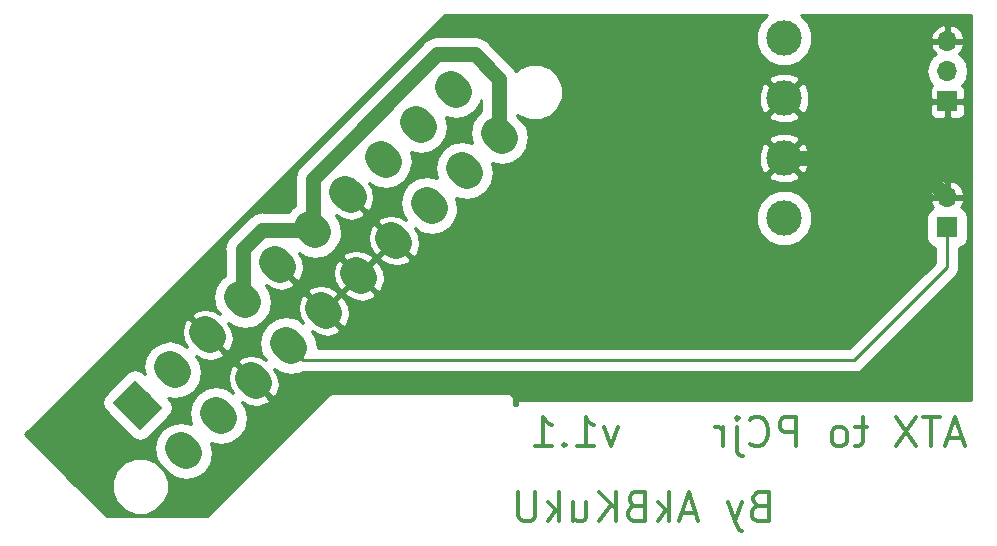
<source format=gbr>
G04 #@! TF.GenerationSoftware,KiCad,Pcbnew,5.0.0-fee4fd1~65~ubuntu17.10.1*
G04 #@! TF.CreationDate,2018-08-11T21:49:11-07:00*
G04 #@! TF.ProjectId,ATX2PCjr,4154583250436A722E6B696361645F70,rev?*
G04 #@! TF.SameCoordinates,Original*
G04 #@! TF.FileFunction,Copper,L2,Bot,Signal*
G04 #@! TF.FilePolarity,Positive*
%FSLAX46Y46*%
G04 Gerber Fmt 4.6, Leading zero omitted, Abs format (unit mm)*
G04 Created by KiCad (PCBNEW 5.0.0-fee4fd1~65~ubuntu17.10.1) date Sat Aug 11 21:49:11 2018*
%MOMM*%
%LPD*%
G01*
G04 APERTURE LIST*
G04 #@! TA.AperFunction,NonConductor*
%ADD10C,0.300000*%
G04 #@! TD*
G04 #@! TA.AperFunction,ComponentPad*
%ADD11C,2.700000*%
G04 #@! TD*
G04 #@! TA.AperFunction,Conductor*
%ADD12C,0.100000*%
G04 #@! TD*
G04 #@! TA.AperFunction,Conductor*
%ADD13C,2.700000*%
G04 #@! TD*
G04 #@! TA.AperFunction,ComponentPad*
%ADD14R,1.700000X1.700000*%
G04 #@! TD*
G04 #@! TA.AperFunction,ComponentPad*
%ADD15O,1.700000X1.700000*%
G04 #@! TD*
G04 #@! TA.AperFunction,ComponentPad*
%ADD16C,3.000000*%
G04 #@! TD*
G04 #@! TA.AperFunction,ViaPad*
%ADD17C,1.016000*%
G04 #@! TD*
G04 #@! TA.AperFunction,Conductor*
%ADD18C,1.270000*%
G04 #@! TD*
G04 #@! TA.AperFunction,Conductor*
%ADD19C,0.250000*%
G04 #@! TD*
G04 #@! TA.AperFunction,Conductor*
%ADD20C,0.254000*%
G04 #@! TD*
G04 APERTURE END LIST*
D10*
X127871904Y-92531428D02*
X127514761Y-92650476D01*
X127395714Y-92769523D01*
X127276666Y-93007619D01*
X127276666Y-93364761D01*
X127395714Y-93602857D01*
X127514761Y-93721904D01*
X127752857Y-93840952D01*
X128705238Y-93840952D01*
X128705238Y-91340952D01*
X127871904Y-91340952D01*
X127633809Y-91460000D01*
X127514761Y-91579047D01*
X127395714Y-91817142D01*
X127395714Y-92055238D01*
X127514761Y-92293333D01*
X127633809Y-92412380D01*
X127871904Y-92531428D01*
X128705238Y-92531428D01*
X126443333Y-92174285D02*
X125848095Y-93840952D01*
X125252857Y-92174285D02*
X125848095Y-93840952D01*
X126086190Y-94436190D01*
X126205238Y-94555238D01*
X126443333Y-94674285D01*
X122514761Y-93126666D02*
X121324285Y-93126666D01*
X122752857Y-93840952D02*
X121919523Y-91340952D01*
X121086190Y-93840952D01*
X120252857Y-93840952D02*
X120252857Y-91340952D01*
X120014761Y-92888571D02*
X119300476Y-93840952D01*
X119300476Y-92174285D02*
X120252857Y-93126666D01*
X117395714Y-92531428D02*
X117038571Y-92650476D01*
X116919523Y-92769523D01*
X116800476Y-93007619D01*
X116800476Y-93364761D01*
X116919523Y-93602857D01*
X117038571Y-93721904D01*
X117276666Y-93840952D01*
X118229047Y-93840952D01*
X118229047Y-91340952D01*
X117395714Y-91340952D01*
X117157619Y-91460000D01*
X117038571Y-91579047D01*
X116919523Y-91817142D01*
X116919523Y-92055238D01*
X117038571Y-92293333D01*
X117157619Y-92412380D01*
X117395714Y-92531428D01*
X118229047Y-92531428D01*
X115729047Y-93840952D02*
X115729047Y-91340952D01*
X114300476Y-93840952D02*
X115371904Y-92412380D01*
X114300476Y-91340952D02*
X115729047Y-92769523D01*
X112157619Y-92174285D02*
X112157619Y-93840952D01*
X113229047Y-92174285D02*
X113229047Y-93483809D01*
X113110000Y-93721904D01*
X112871904Y-93840952D01*
X112514761Y-93840952D01*
X112276666Y-93721904D01*
X112157619Y-93602857D01*
X110967142Y-93840952D02*
X110967142Y-91340952D01*
X110729047Y-92888571D02*
X110014761Y-93840952D01*
X110014761Y-92174285D02*
X110967142Y-93126666D01*
X108943333Y-91340952D02*
X108943333Y-93364761D01*
X108824285Y-93602857D01*
X108705238Y-93721904D01*
X108467142Y-93840952D01*
X107990952Y-93840952D01*
X107752857Y-93721904D01*
X107633809Y-93602857D01*
X107514761Y-93364761D01*
X107514761Y-91340952D01*
X145095238Y-86776666D02*
X143904761Y-86776666D01*
X145333333Y-87490952D02*
X144500000Y-84990952D01*
X143666666Y-87490952D01*
X143190476Y-84990952D02*
X141761904Y-84990952D01*
X142476190Y-87490952D02*
X142476190Y-84990952D01*
X141166666Y-84990952D02*
X139500000Y-87490952D01*
X139500000Y-84990952D02*
X141166666Y-87490952D01*
X137000000Y-85824285D02*
X136047619Y-85824285D01*
X136642857Y-84990952D02*
X136642857Y-87133809D01*
X136523809Y-87371904D01*
X136285714Y-87490952D01*
X136047619Y-87490952D01*
X134857142Y-87490952D02*
X135095238Y-87371904D01*
X135214285Y-87252857D01*
X135333333Y-87014761D01*
X135333333Y-86300476D01*
X135214285Y-86062380D01*
X135095238Y-85943333D01*
X134857142Y-85824285D01*
X134500000Y-85824285D01*
X134261904Y-85943333D01*
X134142857Y-86062380D01*
X134023809Y-86300476D01*
X134023809Y-87014761D01*
X134142857Y-87252857D01*
X134261904Y-87371904D01*
X134500000Y-87490952D01*
X134857142Y-87490952D01*
X131047619Y-87490952D02*
X131047619Y-84990952D01*
X130095238Y-84990952D01*
X129857142Y-85110000D01*
X129738095Y-85229047D01*
X129619047Y-85467142D01*
X129619047Y-85824285D01*
X129738095Y-86062380D01*
X129857142Y-86181428D01*
X130095238Y-86300476D01*
X131047619Y-86300476D01*
X127119047Y-87252857D02*
X127238095Y-87371904D01*
X127595238Y-87490952D01*
X127833333Y-87490952D01*
X128190476Y-87371904D01*
X128428571Y-87133809D01*
X128547619Y-86895714D01*
X128666666Y-86419523D01*
X128666666Y-86062380D01*
X128547619Y-85586190D01*
X128428571Y-85348095D01*
X128190476Y-85110000D01*
X127833333Y-84990952D01*
X127595238Y-84990952D01*
X127238095Y-85110000D01*
X127119047Y-85229047D01*
X126047619Y-85824285D02*
X126047619Y-87967142D01*
X126166666Y-88205238D01*
X126404761Y-88324285D01*
X126523809Y-88324285D01*
X126047619Y-84990952D02*
X126166666Y-85110000D01*
X126047619Y-85229047D01*
X125928571Y-85110000D01*
X126047619Y-84990952D01*
X126047619Y-85229047D01*
X124857142Y-87490952D02*
X124857142Y-85824285D01*
X124857142Y-86300476D02*
X124738095Y-86062380D01*
X124619047Y-85943333D01*
X124380952Y-85824285D01*
X124142857Y-85824285D01*
X115928571Y-85824285D02*
X115333333Y-87490952D01*
X114738095Y-85824285D01*
X112476190Y-87490952D02*
X113904761Y-87490952D01*
X113190476Y-87490952D02*
X113190476Y-84990952D01*
X113428571Y-85348095D01*
X113666666Y-85586190D01*
X113904761Y-85705238D01*
X111404761Y-87252857D02*
X111285714Y-87371904D01*
X111404761Y-87490952D01*
X111523809Y-87371904D01*
X111404761Y-87252857D01*
X111404761Y-87490952D01*
X108904761Y-87490952D02*
X110333333Y-87490952D01*
X109619047Y-87490952D02*
X109619047Y-84990952D01*
X109857142Y-85348095D01*
X110095238Y-85586190D01*
X110333333Y-85705238D01*
D11*
G04 #@! TO.P,J1,1*
G04 #@! TO.N,Net-(J1-Pad1)*
X75261670Y-83990307D03*
D12*
G04 #@! TD*
G04 #@! TO.N,Net-(J1-Pad1)*
G04 #@! TO.C,J1*
G36*
X75473802Y-86111627D02*
X73140350Y-83778175D01*
X75049538Y-81868987D01*
X77382990Y-84202439D01*
X75473802Y-86111627D01*
X75473802Y-86111627D01*
G37*
D11*
G04 #@! TO.P,J1,2*
G04 #@! TO.N,Net-(J1-Pad2)*
X78231518Y-81020459D03*
D13*
G04 #@! TD*
G04 #@! TO.N,Net-(J1-Pad2)*
G04 #@! TO.C,J1*
X78019386Y-80808327D02*
X78443650Y-81232591D01*
D11*
G04 #@! TO.P,J1,3*
G04 #@! TO.N,/GND*
X81201367Y-78050610D03*
D13*
G04 #@! TD*
G04 #@! TO.N,/GND*
G04 #@! TO.C,J1*
X80989235Y-77838478D02*
X81413499Y-78262742D01*
D11*
G04 #@! TO.P,J1,4*
G04 #@! TO.N,/+5V*
X84171215Y-75080762D03*
D13*
G04 #@! TD*
G04 #@! TO.N,/+5V*
G04 #@! TO.C,J1*
X83959083Y-74868630D02*
X84383347Y-75292894D01*
D11*
G04 #@! TO.P,J1,5*
G04 #@! TO.N,/GND*
X87141064Y-72110913D03*
D13*
G04 #@! TD*
G04 #@! TO.N,/GND*
G04 #@! TO.C,J1*
X86928932Y-71898781D02*
X87353196Y-72323045D01*
D11*
G04 #@! TO.P,J1,6*
G04 #@! TO.N,/+5V*
X90110912Y-69141065D03*
D13*
G04 #@! TD*
G04 #@! TO.N,/+5V*
G04 #@! TO.C,J1*
X89898780Y-68928933D02*
X90323044Y-69353197D01*
D11*
G04 #@! TO.P,J1,7*
G04 #@! TO.N,/GND*
X93080761Y-66171216D03*
D13*
G04 #@! TD*
G04 #@! TO.N,/GND*
G04 #@! TO.C,J1*
X92868629Y-65959084D02*
X93292893Y-66383348D01*
D11*
G04 #@! TO.P,J1,8*
G04 #@! TO.N,Net-(J1-Pad8)*
X96050609Y-63201368D03*
D13*
G04 #@! TD*
G04 #@! TO.N,Net-(J1-Pad8)*
G04 #@! TO.C,J1*
X95838477Y-62989236D02*
X96262741Y-63413500D01*
D11*
G04 #@! TO.P,J1,9*
G04 #@! TO.N,Net-(J1-Pad9)*
X99020458Y-60231519D03*
D13*
G04 #@! TD*
G04 #@! TO.N,Net-(J1-Pad9)*
G04 #@! TO.C,J1*
X98808326Y-60019387D02*
X99232590Y-60443651D01*
D11*
G04 #@! TO.P,J1,10*
G04 #@! TO.N,/+12V*
X101990306Y-57261671D03*
D13*
G04 #@! TD*
G04 #@! TO.N,/+12V*
G04 #@! TO.C,J1*
X101778174Y-57049539D02*
X102202438Y-57473803D01*
D11*
G04 #@! TO.P,J1,11*
G04 #@! TO.N,Net-(J1-Pad11)*
X79150757Y-87879394D03*
D13*
G04 #@! TD*
G04 #@! TO.N,Net-(J1-Pad11)*
G04 #@! TO.C,J1*
X78938625Y-87667262D02*
X79362889Y-88091526D01*
D11*
G04 #@! TO.P,J1,12*
G04 #@! TO.N,/-12V*
X82120606Y-84909546D03*
D13*
G04 #@! TD*
G04 #@! TO.N,/-12V*
G04 #@! TO.C,J1*
X81908474Y-84697414D02*
X82332738Y-85121678D01*
D11*
G04 #@! TO.P,J1,13*
G04 #@! TO.N,/GND*
X85090454Y-81939697D03*
D13*
G04 #@! TD*
G04 #@! TO.N,/GND*
G04 #@! TO.C,J1*
X84878322Y-81727565D02*
X85302586Y-82151829D01*
D11*
G04 #@! TO.P,J1,14*
G04 #@! TO.N,/PS-ON*
X88060303Y-78969849D03*
D13*
G04 #@! TD*
G04 #@! TO.N,/PS-ON*
G04 #@! TO.C,J1*
X87848171Y-78757717D02*
X88272435Y-79181981D01*
D11*
G04 #@! TO.P,J1,15*
G04 #@! TO.N,/GND*
X91030151Y-76000000D03*
D13*
G04 #@! TD*
G04 #@! TO.N,/GND*
G04 #@! TO.C,J1*
X90818019Y-75787868D02*
X91242283Y-76212132D01*
D11*
G04 #@! TO.P,J1,16*
G04 #@! TO.N,/GND*
X94000000Y-73030152D03*
D13*
G04 #@! TD*
G04 #@! TO.N,/GND*
G04 #@! TO.C,J1*
X93787868Y-72818020D02*
X94212132Y-73242284D01*
D11*
G04 #@! TO.P,J1,17*
G04 #@! TO.N,/GND*
X96969848Y-70060303D03*
D13*
G04 #@! TD*
G04 #@! TO.N,/GND*
G04 #@! TO.C,J1*
X96757716Y-69848171D02*
X97181980Y-70272435D01*
D11*
G04 #@! TO.P,J1,18*
G04 #@! TO.N,Net-(J1-Pad18)*
X99939697Y-67090455D03*
D13*
G04 #@! TD*
G04 #@! TO.N,Net-(J1-Pad18)*
G04 #@! TO.C,J1*
X99727565Y-66878323D02*
X100151829Y-67302587D01*
D11*
G04 #@! TO.P,J1,19*
G04 #@! TO.N,/+5V*
X102909545Y-64120606D03*
D13*
G04 #@! TD*
G04 #@! TO.N,/+5V*
G04 #@! TO.C,J1*
X102697413Y-63908474D02*
X103121677Y-64332738D01*
D11*
G04 #@! TO.P,J1,20*
G04 #@! TO.N,/+5V*
X105879394Y-61150758D03*
D13*
G04 #@! TD*
G04 #@! TO.N,/+5V*
G04 #@! TO.C,J1*
X105667262Y-60938626D02*
X106091526Y-61362890D01*
D14*
G04 #@! TO.P,J3,1*
G04 #@! TO.N,/PS-ON*
X143810000Y-68950000D03*
D15*
G04 #@! TO.P,J3,2*
G04 #@! TO.N,/GND*
X143810000Y-66410000D03*
G04 #@! TD*
D14*
G04 #@! TO.P,J4,1*
G04 #@! TO.N,/GND*
X143810000Y-58270000D03*
D15*
G04 #@! TO.P,J4,2*
G04 #@! TO.N,/+12V*
X143810000Y-55730000D03*
G04 #@! TO.P,J4,3*
G04 #@! TO.N,/GND*
X143810000Y-53190000D03*
G04 #@! TD*
D16*
G04 #@! TO.P,J5,1*
G04 #@! TO.N,/+5V*
X130000000Y-68160000D03*
G04 #@! TO.P,J5,2*
G04 #@! TO.N,/GND*
X130000000Y-63080000D03*
G04 #@! TO.P,J5,3*
X130000000Y-58000000D03*
G04 #@! TO.P,J5,4*
G04 #@! TO.N,/+12V*
X130000000Y-52920000D03*
G04 #@! TD*
D17*
G04 #@! TO.N,/GND*
X136000000Y-78000000D03*
X107077436Y-77237436D03*
G04 #@! TD*
D18*
G04 #@! TO.N,/GND*
X136000000Y-78000000D02*
X135000000Y-77000000D01*
X135000000Y-77000000D02*
X107314872Y-77000000D01*
X107314872Y-77000000D02*
X107077436Y-77237436D01*
X140480000Y-63080000D02*
X130000000Y-63080000D01*
X143810000Y-66410000D02*
X140480000Y-63080000D01*
G04 #@! TO.N,/+5V*
X85801788Y-69141065D02*
X88470575Y-69141065D01*
X84171215Y-70771638D02*
X85801788Y-69141065D01*
X88470575Y-69141065D02*
X90110912Y-69141065D01*
X84171215Y-75080762D02*
X84171215Y-70771638D01*
X105879394Y-56349394D02*
X105879394Y-59510421D01*
X105879394Y-59510421D02*
X105879394Y-61150758D01*
X100635187Y-54307666D02*
X103837666Y-54307666D01*
X103837666Y-54307666D02*
X105879394Y-56349394D01*
X90110912Y-64831941D02*
X100635187Y-54307666D01*
X90110912Y-69141065D02*
X90110912Y-64831941D01*
D19*
G04 #@! TO.N,/PS-ON*
X143810000Y-70050000D02*
X143810000Y-68950000D01*
X143810000Y-72342446D02*
X143810000Y-70050000D01*
X89297739Y-80207285D02*
X135945161Y-80207285D01*
X135945161Y-80207285D02*
X143810000Y-72342446D01*
X88060303Y-78969849D02*
X89297739Y-80207285D01*
G04 #@! TD*
D20*
G04 #@! TO.N,/GND*
G36*
X127974704Y-51566740D02*
X127611000Y-52444798D01*
X127611000Y-53395202D01*
X127974704Y-54273260D01*
X128646740Y-54945296D01*
X129524798Y-55309000D01*
X130475202Y-55309000D01*
X131353260Y-54945296D01*
X132025296Y-54273260D01*
X132389000Y-53395202D01*
X132389000Y-52833110D01*
X142368524Y-52833110D01*
X142489845Y-53063000D01*
X143683000Y-53063000D01*
X143683000Y-51869181D01*
X143937000Y-51869181D01*
X143937000Y-53063000D01*
X145130155Y-53063000D01*
X145251476Y-52833110D01*
X145081645Y-52423076D01*
X144691358Y-51994817D01*
X144166892Y-51748514D01*
X143937000Y-51869181D01*
X143683000Y-51869181D01*
X143453108Y-51748514D01*
X142928642Y-51994817D01*
X142538355Y-52423076D01*
X142368524Y-52833110D01*
X132389000Y-52833110D01*
X132389000Y-52444798D01*
X132025296Y-51566740D01*
X131408556Y-50950000D01*
X145870001Y-50950000D01*
X145870000Y-83596000D01*
X107389572Y-83596000D01*
X107389572Y-83947000D01*
X107161000Y-83947000D01*
X107161000Y-83765388D01*
X107175399Y-83693000D01*
X107118354Y-83406217D01*
X106955905Y-83163095D01*
X106712783Y-83000646D01*
X106498388Y-82958000D01*
X106426000Y-82943601D01*
X106353612Y-82958000D01*
X101525942Y-82958000D01*
X101365068Y-82990000D01*
X91889920Y-82990000D01*
X91819999Y-82976092D01*
X91750078Y-82990000D01*
X91750074Y-82990000D01*
X91542972Y-83031195D01*
X91308119Y-83188119D01*
X91268508Y-83247401D01*
X81115910Y-93400000D01*
X72654638Y-93400000D01*
X69664821Y-90402325D01*
X73113086Y-90402325D01*
X73113086Y-91352729D01*
X73476790Y-92230787D01*
X74148826Y-92902823D01*
X75026884Y-93266527D01*
X75977288Y-93266527D01*
X76855346Y-92902823D01*
X77527382Y-92230787D01*
X77891086Y-91352729D01*
X77891086Y-90402325D01*
X77527382Y-89524267D01*
X76855346Y-88852231D01*
X75977288Y-88488527D01*
X75026884Y-88488527D01*
X74148826Y-88852231D01*
X73476790Y-89524267D01*
X73113086Y-90402325D01*
X69664821Y-90402325D01*
X66936927Y-87667262D01*
X76655761Y-87667262D01*
X76829535Y-88540876D01*
X77199483Y-89094543D01*
X77935608Y-89830668D01*
X78489275Y-90200617D01*
X79362889Y-90374390D01*
X80236503Y-90200617D01*
X80977117Y-89705754D01*
X81471980Y-88965140D01*
X81645753Y-88091526D01*
X81475172Y-87233961D01*
X82332738Y-87404542D01*
X83206352Y-87230769D01*
X83946966Y-86735906D01*
X84441829Y-85995292D01*
X84615602Y-85121678D01*
X84441829Y-84248064D01*
X84071880Y-83694397D01*
X84069481Y-83691998D01*
X84660292Y-84034330D01*
X85429586Y-84136828D01*
X86179545Y-83937129D01*
X86364204Y-83829086D01*
X86501011Y-83529859D01*
X85090454Y-82119302D01*
X85076312Y-82133445D01*
X84896706Y-81953839D01*
X84910849Y-81939697D01*
X83500292Y-80529140D01*
X83201065Y-80665947D01*
X83093022Y-80850606D01*
X82893323Y-81600565D01*
X82995821Y-82369859D01*
X83338153Y-82960670D01*
X83335755Y-82958272D01*
X82782088Y-82588324D01*
X81908474Y-82414550D01*
X81034860Y-82588324D01*
X80294246Y-83083186D01*
X79799384Y-83823800D01*
X79625610Y-84697414D01*
X79796192Y-85554980D01*
X78938625Y-85384398D01*
X78065011Y-85558172D01*
X77324397Y-86053034D01*
X76829535Y-86793648D01*
X76655761Y-87667262D01*
X66936927Y-87667262D01*
X65753432Y-86480658D01*
X68455915Y-83778175D01*
X72233934Y-83778175D01*
X72302931Y-84125045D01*
X72499417Y-84419108D01*
X74832869Y-86752560D01*
X75126932Y-86949046D01*
X75473802Y-87018043D01*
X75820672Y-86949046D01*
X76114735Y-86752560D01*
X78023923Y-84843372D01*
X78220409Y-84549309D01*
X78289406Y-84202439D01*
X78220409Y-83855569D01*
X78023923Y-83561506D01*
X77862218Y-83399801D01*
X78443650Y-83515455D01*
X79317264Y-83341682D01*
X80057878Y-82846819D01*
X80552741Y-82106205D01*
X80726514Y-81232591D01*
X80552741Y-80358977D01*
X80546433Y-80349535D01*
X83679897Y-80349535D01*
X85090454Y-81760092D01*
X85104596Y-81745949D01*
X85284202Y-81925555D01*
X85270059Y-81939697D01*
X86680616Y-83350254D01*
X86979843Y-83213447D01*
X87087886Y-83028788D01*
X87287585Y-82278829D01*
X87185087Y-81509535D01*
X86842755Y-80918724D01*
X86845154Y-80921123D01*
X87398821Y-81291072D01*
X88272435Y-81464845D01*
X89146049Y-81291072D01*
X89238421Y-81229351D01*
X89297739Y-81241150D01*
X89397607Y-81221285D01*
X135845294Y-81221285D01*
X135945161Y-81241150D01*
X136045028Y-81221285D01*
X136045029Y-81221285D01*
X136340804Y-81162452D01*
X136676214Y-80938338D01*
X136732788Y-80853669D01*
X144456387Y-73130071D01*
X144541053Y-73073499D01*
X144765167Y-72738089D01*
X144824000Y-72442314D01*
X144824000Y-72442313D01*
X144843865Y-72342446D01*
X144824000Y-72242579D01*
X144824000Y-70673794D01*
X145006870Y-70637419D01*
X145300933Y-70440933D01*
X145497419Y-70146870D01*
X145566416Y-69800000D01*
X145566416Y-68100000D01*
X145497419Y-67753130D01*
X145300933Y-67459067D01*
X145006870Y-67262581D01*
X145004087Y-67262027D01*
X145081645Y-67176924D01*
X145251476Y-66766890D01*
X145130155Y-66537000D01*
X143937000Y-66537000D01*
X143937000Y-66557000D01*
X143683000Y-66557000D01*
X143683000Y-66537000D01*
X142489845Y-66537000D01*
X142368524Y-66766890D01*
X142538355Y-67176924D01*
X142615913Y-67262027D01*
X142613130Y-67262581D01*
X142319067Y-67459067D01*
X142122581Y-67753130D01*
X142053584Y-68100000D01*
X142053584Y-69800000D01*
X142122581Y-70146870D01*
X142319067Y-70440933D01*
X142613130Y-70637419D01*
X142796001Y-70673794D01*
X142796000Y-71922434D01*
X135525150Y-79193285D01*
X90553050Y-79193285D01*
X90555299Y-79181981D01*
X90381526Y-78308367D01*
X90011577Y-77754700D01*
X90009178Y-77752301D01*
X90599989Y-78094633D01*
X91369283Y-78197131D01*
X92119242Y-77997432D01*
X92303901Y-77889389D01*
X92440708Y-77590162D01*
X91030151Y-76179605D01*
X91016009Y-76193748D01*
X90836403Y-76014142D01*
X90850546Y-76000000D01*
X91209756Y-76000000D01*
X92620313Y-77410557D01*
X92919540Y-77273750D01*
X93027583Y-77089091D01*
X93227282Y-76339132D01*
X93124784Y-75569838D01*
X92735693Y-74898328D01*
X92523561Y-74686196D01*
X91209756Y-76000000D01*
X90850546Y-76000000D01*
X89439989Y-74589443D01*
X89140762Y-74726250D01*
X89032719Y-74910909D01*
X88833020Y-75660868D01*
X88935518Y-76430162D01*
X89277850Y-77020973D01*
X89275452Y-77018575D01*
X88721785Y-76648627D01*
X87848171Y-76474853D01*
X86974557Y-76648627D01*
X86233943Y-77143489D01*
X85739081Y-77884103D01*
X85565307Y-78757717D01*
X85739081Y-79631331D01*
X86109029Y-80184998D01*
X86111427Y-80187396D01*
X85520616Y-79845064D01*
X84751322Y-79742566D01*
X84001363Y-79942265D01*
X83816704Y-80050308D01*
X83679897Y-80349535D01*
X80546433Y-80349535D01*
X80182792Y-79805310D01*
X80180392Y-79802910D01*
X80771205Y-80145243D01*
X81540499Y-80247741D01*
X82290458Y-80048042D01*
X82475117Y-79939999D01*
X82611924Y-79640772D01*
X81201367Y-78230215D01*
X81187225Y-78244358D01*
X81007620Y-78064753D01*
X81021762Y-78050610D01*
X79611205Y-76640053D01*
X79311978Y-76776860D01*
X79203935Y-76961519D01*
X79004236Y-77711478D01*
X79106734Y-78480772D01*
X79449067Y-79071585D01*
X79446667Y-79069185D01*
X78893000Y-78699237D01*
X78019386Y-78525463D01*
X77145772Y-78699237D01*
X76405158Y-79194099D01*
X75910296Y-79934713D01*
X75736522Y-80808327D01*
X75852177Y-81389760D01*
X75690471Y-81228054D01*
X75396408Y-81031568D01*
X75049538Y-80962571D01*
X74702668Y-81031568D01*
X74408605Y-81228054D01*
X72499417Y-83137242D01*
X72302931Y-83431305D01*
X72233934Y-83778175D01*
X68455915Y-83778175D01*
X75773642Y-76460448D01*
X79790810Y-76460448D01*
X81201367Y-77871005D01*
X81215510Y-77856863D01*
X81395115Y-78036468D01*
X81380972Y-78050610D01*
X82791529Y-79461167D01*
X83090756Y-79324360D01*
X83198799Y-79139701D01*
X83398498Y-78389742D01*
X83296000Y-77620448D01*
X82953670Y-77029640D01*
X82956066Y-77032036D01*
X83509733Y-77401985D01*
X84383347Y-77575758D01*
X85256961Y-77401985D01*
X85997575Y-76907122D01*
X86492438Y-76166508D01*
X86666211Y-75292894D01*
X86492438Y-74419280D01*
X86486130Y-74409838D01*
X89619594Y-74409838D01*
X91030151Y-75820395D01*
X92326983Y-74523562D01*
X92686196Y-74523562D01*
X92898328Y-74735694D01*
X93569838Y-75124785D01*
X94339132Y-75227283D01*
X95089091Y-75027584D01*
X95273750Y-74919541D01*
X95410557Y-74620314D01*
X94000000Y-73209757D01*
X92686196Y-74523562D01*
X92326983Y-74523562D01*
X92343955Y-74506590D01*
X92131823Y-74294458D01*
X91460313Y-73905367D01*
X90691019Y-73802869D01*
X89941060Y-74002568D01*
X89756401Y-74110611D01*
X89619594Y-74409838D01*
X86486130Y-74409838D01*
X86122489Y-73865613D01*
X86120089Y-73863213D01*
X86710902Y-74205546D01*
X87480196Y-74308044D01*
X88230155Y-74108345D01*
X88414814Y-74000302D01*
X88551621Y-73701075D01*
X87141064Y-72290518D01*
X87126922Y-72304661D01*
X86947316Y-72125055D01*
X86961459Y-72110913D01*
X86947317Y-72096771D01*
X87126922Y-71917166D01*
X87141064Y-71931308D01*
X87155206Y-71917165D01*
X87334812Y-72096771D01*
X87320669Y-72110913D01*
X88731226Y-73521470D01*
X89030453Y-73384663D01*
X89138496Y-73200004D01*
X89274028Y-72691020D01*
X91802869Y-72691020D01*
X91905367Y-73460314D01*
X92294458Y-74131824D01*
X92506590Y-74343956D01*
X93820395Y-73030152D01*
X94179605Y-73030152D01*
X95590162Y-74440709D01*
X95889389Y-74303902D01*
X95997432Y-74119243D01*
X96197131Y-73369284D01*
X96094633Y-72599990D01*
X95705542Y-71928480D01*
X95493410Y-71716348D01*
X94179605Y-73030152D01*
X93820395Y-73030152D01*
X92409838Y-71619595D01*
X92110611Y-71756402D01*
X92002568Y-71941061D01*
X91802869Y-72691020D01*
X89274028Y-72691020D01*
X89338195Y-72450045D01*
X89235697Y-71680751D01*
X88893367Y-71089943D01*
X88895763Y-71092339D01*
X89449430Y-71462288D01*
X90323044Y-71636061D01*
X91196658Y-71462288D01*
X91230029Y-71439990D01*
X92589443Y-71439990D01*
X94000000Y-72850547D01*
X95296833Y-71553713D01*
X95656044Y-71553713D01*
X95868176Y-71765845D01*
X96539686Y-72154936D01*
X97308980Y-72257434D01*
X98058939Y-72057735D01*
X98243598Y-71949692D01*
X98380405Y-71650465D01*
X96969848Y-70239908D01*
X95656044Y-71553713D01*
X95296833Y-71553713D01*
X95313804Y-71536742D01*
X95101672Y-71324610D01*
X94430162Y-70935519D01*
X93660868Y-70833021D01*
X92910909Y-71032720D01*
X92726250Y-71140763D01*
X92589443Y-71439990D01*
X91230029Y-71439990D01*
X91937272Y-70967425D01*
X92432135Y-70226811D01*
X92532713Y-69721171D01*
X94772717Y-69721171D01*
X94875215Y-70490465D01*
X95264306Y-71161975D01*
X95476438Y-71374107D01*
X96790243Y-70060303D01*
X95379686Y-68649746D01*
X95080459Y-68786553D01*
X94972416Y-68971212D01*
X94772717Y-69721171D01*
X92532713Y-69721171D01*
X92605908Y-69353197D01*
X92432135Y-68479583D01*
X92062186Y-67925916D01*
X92059786Y-67923516D01*
X92650599Y-68265849D01*
X93419893Y-68368347D01*
X94169852Y-68168648D01*
X94354511Y-68060605D01*
X94491318Y-67761378D01*
X93080761Y-66350821D01*
X93066619Y-66364964D01*
X92887013Y-66185358D01*
X92901156Y-66171216D01*
X92887014Y-66157074D01*
X93066619Y-65977469D01*
X93080761Y-65991611D01*
X93094904Y-65977469D01*
X93274509Y-66157074D01*
X93260366Y-66171216D01*
X94670923Y-67581773D01*
X94970150Y-67444966D01*
X95078193Y-67260307D01*
X95277892Y-66510348D01*
X95175394Y-65741054D01*
X94833064Y-65150246D01*
X94835460Y-65152642D01*
X95389127Y-65522591D01*
X96262741Y-65696364D01*
X97136355Y-65522591D01*
X97876969Y-65027728D01*
X98371832Y-64287114D01*
X98545605Y-63413500D01*
X98375024Y-62555934D01*
X99232590Y-62726515D01*
X100106204Y-62552742D01*
X100846818Y-62057879D01*
X101341681Y-61317265D01*
X101515454Y-60443651D01*
X101344873Y-59586086D01*
X102202438Y-59756667D01*
X103076052Y-59582894D01*
X103816666Y-59088031D01*
X104311529Y-58347417D01*
X104355395Y-58126890D01*
X104355395Y-59122367D01*
X104053034Y-59324398D01*
X103558172Y-60065012D01*
X103384398Y-60938626D01*
X103554980Y-61796192D01*
X102697413Y-61625610D01*
X101823799Y-61799384D01*
X101083185Y-62294246D01*
X100588323Y-63034860D01*
X100414549Y-63908474D01*
X100585131Y-64766041D01*
X99727565Y-64595459D01*
X98853951Y-64769233D01*
X98113337Y-65264095D01*
X97618475Y-66004709D01*
X97444701Y-66878323D01*
X97618475Y-67751937D01*
X97988423Y-68305604D01*
X97990821Y-68308002D01*
X97400010Y-67965670D01*
X96630716Y-67863172D01*
X95880757Y-68062871D01*
X95696098Y-68170914D01*
X95559291Y-68470141D01*
X96969848Y-69880698D01*
X96983990Y-69866555D01*
X97163596Y-70046161D01*
X97149453Y-70060303D01*
X98560010Y-71470860D01*
X98859237Y-71334053D01*
X98967280Y-71149394D01*
X99166979Y-70399435D01*
X99064481Y-69630141D01*
X98722149Y-69039330D01*
X98724548Y-69041729D01*
X99278215Y-69411678D01*
X100151829Y-69585451D01*
X101025443Y-69411678D01*
X101766057Y-68916815D01*
X102260920Y-68176201D01*
X102358666Y-67684798D01*
X127611000Y-67684798D01*
X127611000Y-68635202D01*
X127974704Y-69513260D01*
X128646740Y-70185296D01*
X129524798Y-70549000D01*
X130475202Y-70549000D01*
X131353260Y-70185296D01*
X132025296Y-69513260D01*
X132389000Y-68635202D01*
X132389000Y-67684798D01*
X132025296Y-66806740D01*
X131353260Y-66134704D01*
X131156275Y-66053110D01*
X142368524Y-66053110D01*
X142489845Y-66283000D01*
X143683000Y-66283000D01*
X143683000Y-65089181D01*
X143937000Y-65089181D01*
X143937000Y-66283000D01*
X145130155Y-66283000D01*
X145251476Y-66053110D01*
X145081645Y-65643076D01*
X144691358Y-65214817D01*
X144166892Y-64968514D01*
X143937000Y-65089181D01*
X143683000Y-65089181D01*
X143453108Y-64968514D01*
X142928642Y-65214817D01*
X142538355Y-65643076D01*
X142368524Y-66053110D01*
X131156275Y-66053110D01*
X130475202Y-65771000D01*
X129524798Y-65771000D01*
X128646740Y-66134704D01*
X127974704Y-66806740D01*
X127611000Y-67684798D01*
X102358666Y-67684798D01*
X102434693Y-67302587D01*
X102264112Y-66445021D01*
X103121677Y-66615602D01*
X103995291Y-66441829D01*
X104735905Y-65946966D01*
X105230768Y-65206352D01*
X105352578Y-64593970D01*
X128665635Y-64593970D01*
X128825418Y-64912739D01*
X129616187Y-65222723D01*
X130465387Y-65206497D01*
X131174582Y-64912739D01*
X131334365Y-64593970D01*
X130000000Y-63259605D01*
X128665635Y-64593970D01*
X105352578Y-64593970D01*
X105404541Y-64332738D01*
X105233960Y-63475173D01*
X106091526Y-63645754D01*
X106965140Y-63471981D01*
X107705754Y-62977118D01*
X107893466Y-62696187D01*
X127857277Y-62696187D01*
X127873503Y-63545387D01*
X128167261Y-64254582D01*
X128486030Y-64414365D01*
X129820395Y-63080000D01*
X130179605Y-63080000D01*
X131513970Y-64414365D01*
X131832739Y-64254582D01*
X132142723Y-63463813D01*
X132126497Y-62614613D01*
X131832739Y-61905418D01*
X131513970Y-61745635D01*
X130179605Y-63080000D01*
X129820395Y-63080000D01*
X128486030Y-61745635D01*
X128167261Y-61905418D01*
X127857277Y-62696187D01*
X107893466Y-62696187D01*
X108200617Y-62236504D01*
X108333982Y-61566030D01*
X128665635Y-61566030D01*
X130000000Y-62900395D01*
X131334365Y-61566030D01*
X131174582Y-61247261D01*
X130383813Y-60937277D01*
X129534613Y-60953503D01*
X128825418Y-61247261D01*
X128665635Y-61566030D01*
X108333982Y-61566030D01*
X108374390Y-61362890D01*
X108200617Y-60489276D01*
X107830668Y-59935609D01*
X107403394Y-59508335D01*
X107403394Y-59406511D01*
X107524266Y-59527383D01*
X108402324Y-59891087D01*
X109352728Y-59891087D01*
X110230786Y-59527383D01*
X110244199Y-59513970D01*
X128665635Y-59513970D01*
X128825418Y-59832739D01*
X129616187Y-60142723D01*
X130465387Y-60126497D01*
X131174582Y-59832739D01*
X131334365Y-59513970D01*
X130000000Y-58179605D01*
X128665635Y-59513970D01*
X110244199Y-59513970D01*
X110902822Y-58855347D01*
X111266526Y-57977289D01*
X111266526Y-57616187D01*
X127857277Y-57616187D01*
X127873503Y-58465387D01*
X128167261Y-59174582D01*
X128486030Y-59334365D01*
X129820395Y-58000000D01*
X130179605Y-58000000D01*
X131513970Y-59334365D01*
X131832739Y-59174582D01*
X132075323Y-58555750D01*
X142325000Y-58555750D01*
X142325000Y-59246310D01*
X142421673Y-59479699D01*
X142600302Y-59658327D01*
X142833691Y-59755000D01*
X143524250Y-59755000D01*
X143683000Y-59596250D01*
X143683000Y-58397000D01*
X143937000Y-58397000D01*
X143937000Y-59596250D01*
X144095750Y-59755000D01*
X144786309Y-59755000D01*
X145019698Y-59658327D01*
X145198327Y-59479699D01*
X145295000Y-59246310D01*
X145295000Y-58555750D01*
X145136250Y-58397000D01*
X143937000Y-58397000D01*
X143683000Y-58397000D01*
X142483750Y-58397000D01*
X142325000Y-58555750D01*
X132075323Y-58555750D01*
X132142723Y-58383813D01*
X132126497Y-57534613D01*
X131832739Y-56825418D01*
X131513970Y-56665635D01*
X130179605Y-58000000D01*
X129820395Y-58000000D01*
X128486030Y-56665635D01*
X128167261Y-56825418D01*
X127857277Y-57616187D01*
X111266526Y-57616187D01*
X111266526Y-57026885D01*
X111042497Y-56486030D01*
X128665635Y-56486030D01*
X130000000Y-57820395D01*
X131334365Y-56486030D01*
X131174582Y-56167261D01*
X130383813Y-55857277D01*
X129534613Y-55873503D01*
X128825418Y-56167261D01*
X128665635Y-56486030D01*
X111042497Y-56486030D01*
X110902822Y-56148827D01*
X110483995Y-55730000D01*
X142036931Y-55730000D01*
X142171898Y-56408524D01*
X142533009Y-56948965D01*
X142421673Y-57060301D01*
X142325000Y-57293690D01*
X142325000Y-57984250D01*
X142483750Y-58143000D01*
X143683000Y-58143000D01*
X143683000Y-58123000D01*
X143937000Y-58123000D01*
X143937000Y-58143000D01*
X145136250Y-58143000D01*
X145295000Y-57984250D01*
X145295000Y-57293690D01*
X145198327Y-57060301D01*
X145086991Y-56948965D01*
X145448102Y-56408524D01*
X145583069Y-55730000D01*
X145448102Y-55051476D01*
X145063749Y-54476251D01*
X144780714Y-54287133D01*
X145081645Y-53956924D01*
X145251476Y-53546890D01*
X145130155Y-53317000D01*
X143937000Y-53317000D01*
X143937000Y-53337000D01*
X143683000Y-53337000D01*
X143683000Y-53317000D01*
X142489845Y-53317000D01*
X142368524Y-53546890D01*
X142538355Y-53956924D01*
X142839286Y-54287133D01*
X142556251Y-54476251D01*
X142171898Y-55051476D01*
X142036931Y-55730000D01*
X110483995Y-55730000D01*
X110230786Y-55476791D01*
X109352728Y-55113087D01*
X108402324Y-55113087D01*
X107524266Y-55476791D01*
X107287464Y-55713593D01*
X107213327Y-55602639D01*
X107063159Y-55377897D01*
X107063158Y-55377896D01*
X106978136Y-55250652D01*
X106850893Y-55165631D01*
X105021431Y-53336170D01*
X104936408Y-53208924D01*
X104432301Y-52872090D01*
X103987763Y-52783666D01*
X103987758Y-52783666D01*
X103837666Y-52753811D01*
X103687574Y-52783666D01*
X100785278Y-52783666D01*
X100635186Y-52753811D01*
X100485094Y-52783666D01*
X100485090Y-52783666D01*
X100040552Y-52872090D01*
X100040550Y-52872091D01*
X100040551Y-52872091D01*
X99663690Y-53123901D01*
X99663689Y-53123902D01*
X99536445Y-53208924D01*
X99451423Y-53336168D01*
X89139414Y-63648178D01*
X89012171Y-63733199D01*
X88927149Y-63860443D01*
X88927147Y-63860445D01*
X88675337Y-64237306D01*
X88557057Y-64831941D01*
X88586913Y-64982037D01*
X88586912Y-67112674D01*
X88284552Y-67314705D01*
X88082522Y-67617065D01*
X85951879Y-67617065D01*
X85801787Y-67587210D01*
X85651695Y-67617065D01*
X85651691Y-67617065D01*
X85207153Y-67705489D01*
X85055033Y-67807132D01*
X84830291Y-67957300D01*
X84830290Y-67957301D01*
X84703046Y-68042323D01*
X84618024Y-68169567D01*
X83199717Y-69587875D01*
X83072474Y-69672896D01*
X82987452Y-69800140D01*
X82987450Y-69800142D01*
X82735640Y-70177003D01*
X82617360Y-70771638D01*
X82647216Y-70921734D01*
X82647215Y-73052371D01*
X82344855Y-73254402D01*
X81849993Y-73995016D01*
X81676219Y-74868630D01*
X81849993Y-75742244D01*
X82219941Y-76295911D01*
X82222337Y-76298307D01*
X81631529Y-75955977D01*
X80862235Y-75853479D01*
X80112276Y-76053178D01*
X79927617Y-76161221D01*
X79790810Y-76460448D01*
X75773642Y-76460448D01*
X101284092Y-50950000D01*
X128591444Y-50950000D01*
X127974704Y-51566740D01*
X127974704Y-51566740D01*
G37*
X127974704Y-51566740D02*
X127611000Y-52444798D01*
X127611000Y-53395202D01*
X127974704Y-54273260D01*
X128646740Y-54945296D01*
X129524798Y-55309000D01*
X130475202Y-55309000D01*
X131353260Y-54945296D01*
X132025296Y-54273260D01*
X132389000Y-53395202D01*
X132389000Y-52833110D01*
X142368524Y-52833110D01*
X142489845Y-53063000D01*
X143683000Y-53063000D01*
X143683000Y-51869181D01*
X143937000Y-51869181D01*
X143937000Y-53063000D01*
X145130155Y-53063000D01*
X145251476Y-52833110D01*
X145081645Y-52423076D01*
X144691358Y-51994817D01*
X144166892Y-51748514D01*
X143937000Y-51869181D01*
X143683000Y-51869181D01*
X143453108Y-51748514D01*
X142928642Y-51994817D01*
X142538355Y-52423076D01*
X142368524Y-52833110D01*
X132389000Y-52833110D01*
X132389000Y-52444798D01*
X132025296Y-51566740D01*
X131408556Y-50950000D01*
X145870001Y-50950000D01*
X145870000Y-83596000D01*
X107389572Y-83596000D01*
X107389572Y-83947000D01*
X107161000Y-83947000D01*
X107161000Y-83765388D01*
X107175399Y-83693000D01*
X107118354Y-83406217D01*
X106955905Y-83163095D01*
X106712783Y-83000646D01*
X106498388Y-82958000D01*
X106426000Y-82943601D01*
X106353612Y-82958000D01*
X101525942Y-82958000D01*
X101365068Y-82990000D01*
X91889920Y-82990000D01*
X91819999Y-82976092D01*
X91750078Y-82990000D01*
X91750074Y-82990000D01*
X91542972Y-83031195D01*
X91308119Y-83188119D01*
X91268508Y-83247401D01*
X81115910Y-93400000D01*
X72654638Y-93400000D01*
X69664821Y-90402325D01*
X73113086Y-90402325D01*
X73113086Y-91352729D01*
X73476790Y-92230787D01*
X74148826Y-92902823D01*
X75026884Y-93266527D01*
X75977288Y-93266527D01*
X76855346Y-92902823D01*
X77527382Y-92230787D01*
X77891086Y-91352729D01*
X77891086Y-90402325D01*
X77527382Y-89524267D01*
X76855346Y-88852231D01*
X75977288Y-88488527D01*
X75026884Y-88488527D01*
X74148826Y-88852231D01*
X73476790Y-89524267D01*
X73113086Y-90402325D01*
X69664821Y-90402325D01*
X66936927Y-87667262D01*
X76655761Y-87667262D01*
X76829535Y-88540876D01*
X77199483Y-89094543D01*
X77935608Y-89830668D01*
X78489275Y-90200617D01*
X79362889Y-90374390D01*
X80236503Y-90200617D01*
X80977117Y-89705754D01*
X81471980Y-88965140D01*
X81645753Y-88091526D01*
X81475172Y-87233961D01*
X82332738Y-87404542D01*
X83206352Y-87230769D01*
X83946966Y-86735906D01*
X84441829Y-85995292D01*
X84615602Y-85121678D01*
X84441829Y-84248064D01*
X84071880Y-83694397D01*
X84069481Y-83691998D01*
X84660292Y-84034330D01*
X85429586Y-84136828D01*
X86179545Y-83937129D01*
X86364204Y-83829086D01*
X86501011Y-83529859D01*
X85090454Y-82119302D01*
X85076312Y-82133445D01*
X84896706Y-81953839D01*
X84910849Y-81939697D01*
X83500292Y-80529140D01*
X83201065Y-80665947D01*
X83093022Y-80850606D01*
X82893323Y-81600565D01*
X82995821Y-82369859D01*
X83338153Y-82960670D01*
X83335755Y-82958272D01*
X82782088Y-82588324D01*
X81908474Y-82414550D01*
X81034860Y-82588324D01*
X80294246Y-83083186D01*
X79799384Y-83823800D01*
X79625610Y-84697414D01*
X79796192Y-85554980D01*
X78938625Y-85384398D01*
X78065011Y-85558172D01*
X77324397Y-86053034D01*
X76829535Y-86793648D01*
X76655761Y-87667262D01*
X66936927Y-87667262D01*
X65753432Y-86480658D01*
X68455915Y-83778175D01*
X72233934Y-83778175D01*
X72302931Y-84125045D01*
X72499417Y-84419108D01*
X74832869Y-86752560D01*
X75126932Y-86949046D01*
X75473802Y-87018043D01*
X75820672Y-86949046D01*
X76114735Y-86752560D01*
X78023923Y-84843372D01*
X78220409Y-84549309D01*
X78289406Y-84202439D01*
X78220409Y-83855569D01*
X78023923Y-83561506D01*
X77862218Y-83399801D01*
X78443650Y-83515455D01*
X79317264Y-83341682D01*
X80057878Y-82846819D01*
X80552741Y-82106205D01*
X80726514Y-81232591D01*
X80552741Y-80358977D01*
X80546433Y-80349535D01*
X83679897Y-80349535D01*
X85090454Y-81760092D01*
X85104596Y-81745949D01*
X85284202Y-81925555D01*
X85270059Y-81939697D01*
X86680616Y-83350254D01*
X86979843Y-83213447D01*
X87087886Y-83028788D01*
X87287585Y-82278829D01*
X87185087Y-81509535D01*
X86842755Y-80918724D01*
X86845154Y-80921123D01*
X87398821Y-81291072D01*
X88272435Y-81464845D01*
X89146049Y-81291072D01*
X89238421Y-81229351D01*
X89297739Y-81241150D01*
X89397607Y-81221285D01*
X135845294Y-81221285D01*
X135945161Y-81241150D01*
X136045028Y-81221285D01*
X136045029Y-81221285D01*
X136340804Y-81162452D01*
X136676214Y-80938338D01*
X136732788Y-80853669D01*
X144456387Y-73130071D01*
X144541053Y-73073499D01*
X144765167Y-72738089D01*
X144824000Y-72442314D01*
X144824000Y-72442313D01*
X144843865Y-72342446D01*
X144824000Y-72242579D01*
X144824000Y-70673794D01*
X145006870Y-70637419D01*
X145300933Y-70440933D01*
X145497419Y-70146870D01*
X145566416Y-69800000D01*
X145566416Y-68100000D01*
X145497419Y-67753130D01*
X145300933Y-67459067D01*
X145006870Y-67262581D01*
X145004087Y-67262027D01*
X145081645Y-67176924D01*
X145251476Y-66766890D01*
X145130155Y-66537000D01*
X143937000Y-66537000D01*
X143937000Y-66557000D01*
X143683000Y-66557000D01*
X143683000Y-66537000D01*
X142489845Y-66537000D01*
X142368524Y-66766890D01*
X142538355Y-67176924D01*
X142615913Y-67262027D01*
X142613130Y-67262581D01*
X142319067Y-67459067D01*
X142122581Y-67753130D01*
X142053584Y-68100000D01*
X142053584Y-69800000D01*
X142122581Y-70146870D01*
X142319067Y-70440933D01*
X142613130Y-70637419D01*
X142796001Y-70673794D01*
X142796000Y-71922434D01*
X135525150Y-79193285D01*
X90553050Y-79193285D01*
X90555299Y-79181981D01*
X90381526Y-78308367D01*
X90011577Y-77754700D01*
X90009178Y-77752301D01*
X90599989Y-78094633D01*
X91369283Y-78197131D01*
X92119242Y-77997432D01*
X92303901Y-77889389D01*
X92440708Y-77590162D01*
X91030151Y-76179605D01*
X91016009Y-76193748D01*
X90836403Y-76014142D01*
X90850546Y-76000000D01*
X91209756Y-76000000D01*
X92620313Y-77410557D01*
X92919540Y-77273750D01*
X93027583Y-77089091D01*
X93227282Y-76339132D01*
X93124784Y-75569838D01*
X92735693Y-74898328D01*
X92523561Y-74686196D01*
X91209756Y-76000000D01*
X90850546Y-76000000D01*
X89439989Y-74589443D01*
X89140762Y-74726250D01*
X89032719Y-74910909D01*
X88833020Y-75660868D01*
X88935518Y-76430162D01*
X89277850Y-77020973D01*
X89275452Y-77018575D01*
X88721785Y-76648627D01*
X87848171Y-76474853D01*
X86974557Y-76648627D01*
X86233943Y-77143489D01*
X85739081Y-77884103D01*
X85565307Y-78757717D01*
X85739081Y-79631331D01*
X86109029Y-80184998D01*
X86111427Y-80187396D01*
X85520616Y-79845064D01*
X84751322Y-79742566D01*
X84001363Y-79942265D01*
X83816704Y-80050308D01*
X83679897Y-80349535D01*
X80546433Y-80349535D01*
X80182792Y-79805310D01*
X80180392Y-79802910D01*
X80771205Y-80145243D01*
X81540499Y-80247741D01*
X82290458Y-80048042D01*
X82475117Y-79939999D01*
X82611924Y-79640772D01*
X81201367Y-78230215D01*
X81187225Y-78244358D01*
X81007620Y-78064753D01*
X81021762Y-78050610D01*
X79611205Y-76640053D01*
X79311978Y-76776860D01*
X79203935Y-76961519D01*
X79004236Y-77711478D01*
X79106734Y-78480772D01*
X79449067Y-79071585D01*
X79446667Y-79069185D01*
X78893000Y-78699237D01*
X78019386Y-78525463D01*
X77145772Y-78699237D01*
X76405158Y-79194099D01*
X75910296Y-79934713D01*
X75736522Y-80808327D01*
X75852177Y-81389760D01*
X75690471Y-81228054D01*
X75396408Y-81031568D01*
X75049538Y-80962571D01*
X74702668Y-81031568D01*
X74408605Y-81228054D01*
X72499417Y-83137242D01*
X72302931Y-83431305D01*
X72233934Y-83778175D01*
X68455915Y-83778175D01*
X75773642Y-76460448D01*
X79790810Y-76460448D01*
X81201367Y-77871005D01*
X81215510Y-77856863D01*
X81395115Y-78036468D01*
X81380972Y-78050610D01*
X82791529Y-79461167D01*
X83090756Y-79324360D01*
X83198799Y-79139701D01*
X83398498Y-78389742D01*
X83296000Y-77620448D01*
X82953670Y-77029640D01*
X82956066Y-77032036D01*
X83509733Y-77401985D01*
X84383347Y-77575758D01*
X85256961Y-77401985D01*
X85997575Y-76907122D01*
X86492438Y-76166508D01*
X86666211Y-75292894D01*
X86492438Y-74419280D01*
X86486130Y-74409838D01*
X89619594Y-74409838D01*
X91030151Y-75820395D01*
X92326983Y-74523562D01*
X92686196Y-74523562D01*
X92898328Y-74735694D01*
X93569838Y-75124785D01*
X94339132Y-75227283D01*
X95089091Y-75027584D01*
X95273750Y-74919541D01*
X95410557Y-74620314D01*
X94000000Y-73209757D01*
X92686196Y-74523562D01*
X92326983Y-74523562D01*
X92343955Y-74506590D01*
X92131823Y-74294458D01*
X91460313Y-73905367D01*
X90691019Y-73802869D01*
X89941060Y-74002568D01*
X89756401Y-74110611D01*
X89619594Y-74409838D01*
X86486130Y-74409838D01*
X86122489Y-73865613D01*
X86120089Y-73863213D01*
X86710902Y-74205546D01*
X87480196Y-74308044D01*
X88230155Y-74108345D01*
X88414814Y-74000302D01*
X88551621Y-73701075D01*
X87141064Y-72290518D01*
X87126922Y-72304661D01*
X86947316Y-72125055D01*
X86961459Y-72110913D01*
X86947317Y-72096771D01*
X87126922Y-71917166D01*
X87141064Y-71931308D01*
X87155206Y-71917165D01*
X87334812Y-72096771D01*
X87320669Y-72110913D01*
X88731226Y-73521470D01*
X89030453Y-73384663D01*
X89138496Y-73200004D01*
X89274028Y-72691020D01*
X91802869Y-72691020D01*
X91905367Y-73460314D01*
X92294458Y-74131824D01*
X92506590Y-74343956D01*
X93820395Y-73030152D01*
X94179605Y-73030152D01*
X95590162Y-74440709D01*
X95889389Y-74303902D01*
X95997432Y-74119243D01*
X96197131Y-73369284D01*
X96094633Y-72599990D01*
X95705542Y-71928480D01*
X95493410Y-71716348D01*
X94179605Y-73030152D01*
X93820395Y-73030152D01*
X92409838Y-71619595D01*
X92110611Y-71756402D01*
X92002568Y-71941061D01*
X91802869Y-72691020D01*
X89274028Y-72691020D01*
X89338195Y-72450045D01*
X89235697Y-71680751D01*
X88893367Y-71089943D01*
X88895763Y-71092339D01*
X89449430Y-71462288D01*
X90323044Y-71636061D01*
X91196658Y-71462288D01*
X91230029Y-71439990D01*
X92589443Y-71439990D01*
X94000000Y-72850547D01*
X95296833Y-71553713D01*
X95656044Y-71553713D01*
X95868176Y-71765845D01*
X96539686Y-72154936D01*
X97308980Y-72257434D01*
X98058939Y-72057735D01*
X98243598Y-71949692D01*
X98380405Y-71650465D01*
X96969848Y-70239908D01*
X95656044Y-71553713D01*
X95296833Y-71553713D01*
X95313804Y-71536742D01*
X95101672Y-71324610D01*
X94430162Y-70935519D01*
X93660868Y-70833021D01*
X92910909Y-71032720D01*
X92726250Y-71140763D01*
X92589443Y-71439990D01*
X91230029Y-71439990D01*
X91937272Y-70967425D01*
X92432135Y-70226811D01*
X92532713Y-69721171D01*
X94772717Y-69721171D01*
X94875215Y-70490465D01*
X95264306Y-71161975D01*
X95476438Y-71374107D01*
X96790243Y-70060303D01*
X95379686Y-68649746D01*
X95080459Y-68786553D01*
X94972416Y-68971212D01*
X94772717Y-69721171D01*
X92532713Y-69721171D01*
X92605908Y-69353197D01*
X92432135Y-68479583D01*
X92062186Y-67925916D01*
X92059786Y-67923516D01*
X92650599Y-68265849D01*
X93419893Y-68368347D01*
X94169852Y-68168648D01*
X94354511Y-68060605D01*
X94491318Y-67761378D01*
X93080761Y-66350821D01*
X93066619Y-66364964D01*
X92887013Y-66185358D01*
X92901156Y-66171216D01*
X92887014Y-66157074D01*
X93066619Y-65977469D01*
X93080761Y-65991611D01*
X93094904Y-65977469D01*
X93274509Y-66157074D01*
X93260366Y-66171216D01*
X94670923Y-67581773D01*
X94970150Y-67444966D01*
X95078193Y-67260307D01*
X95277892Y-66510348D01*
X95175394Y-65741054D01*
X94833064Y-65150246D01*
X94835460Y-65152642D01*
X95389127Y-65522591D01*
X96262741Y-65696364D01*
X97136355Y-65522591D01*
X97876969Y-65027728D01*
X98371832Y-64287114D01*
X98545605Y-63413500D01*
X98375024Y-62555934D01*
X99232590Y-62726515D01*
X100106204Y-62552742D01*
X100846818Y-62057879D01*
X101341681Y-61317265D01*
X101515454Y-60443651D01*
X101344873Y-59586086D01*
X102202438Y-59756667D01*
X103076052Y-59582894D01*
X103816666Y-59088031D01*
X104311529Y-58347417D01*
X104355395Y-58126890D01*
X104355395Y-59122367D01*
X104053034Y-59324398D01*
X103558172Y-60065012D01*
X103384398Y-60938626D01*
X103554980Y-61796192D01*
X102697413Y-61625610D01*
X101823799Y-61799384D01*
X101083185Y-62294246D01*
X100588323Y-63034860D01*
X100414549Y-63908474D01*
X100585131Y-64766041D01*
X99727565Y-64595459D01*
X98853951Y-64769233D01*
X98113337Y-65264095D01*
X97618475Y-66004709D01*
X97444701Y-66878323D01*
X97618475Y-67751937D01*
X97988423Y-68305604D01*
X97990821Y-68308002D01*
X97400010Y-67965670D01*
X96630716Y-67863172D01*
X95880757Y-68062871D01*
X95696098Y-68170914D01*
X95559291Y-68470141D01*
X96969848Y-69880698D01*
X96983990Y-69866555D01*
X97163596Y-70046161D01*
X97149453Y-70060303D01*
X98560010Y-71470860D01*
X98859237Y-71334053D01*
X98967280Y-71149394D01*
X99166979Y-70399435D01*
X99064481Y-69630141D01*
X98722149Y-69039330D01*
X98724548Y-69041729D01*
X99278215Y-69411678D01*
X100151829Y-69585451D01*
X101025443Y-69411678D01*
X101766057Y-68916815D01*
X102260920Y-68176201D01*
X102358666Y-67684798D01*
X127611000Y-67684798D01*
X127611000Y-68635202D01*
X127974704Y-69513260D01*
X128646740Y-70185296D01*
X129524798Y-70549000D01*
X130475202Y-70549000D01*
X131353260Y-70185296D01*
X132025296Y-69513260D01*
X132389000Y-68635202D01*
X132389000Y-67684798D01*
X132025296Y-66806740D01*
X131353260Y-66134704D01*
X131156275Y-66053110D01*
X142368524Y-66053110D01*
X142489845Y-66283000D01*
X143683000Y-66283000D01*
X143683000Y-65089181D01*
X143937000Y-65089181D01*
X143937000Y-66283000D01*
X145130155Y-66283000D01*
X145251476Y-66053110D01*
X145081645Y-65643076D01*
X144691358Y-65214817D01*
X144166892Y-64968514D01*
X143937000Y-65089181D01*
X143683000Y-65089181D01*
X143453108Y-64968514D01*
X142928642Y-65214817D01*
X142538355Y-65643076D01*
X142368524Y-66053110D01*
X131156275Y-66053110D01*
X130475202Y-65771000D01*
X129524798Y-65771000D01*
X128646740Y-66134704D01*
X127974704Y-66806740D01*
X127611000Y-67684798D01*
X102358666Y-67684798D01*
X102434693Y-67302587D01*
X102264112Y-66445021D01*
X103121677Y-66615602D01*
X103995291Y-66441829D01*
X104735905Y-65946966D01*
X105230768Y-65206352D01*
X105352578Y-64593970D01*
X128665635Y-64593970D01*
X128825418Y-64912739D01*
X129616187Y-65222723D01*
X130465387Y-65206497D01*
X131174582Y-64912739D01*
X131334365Y-64593970D01*
X130000000Y-63259605D01*
X128665635Y-64593970D01*
X105352578Y-64593970D01*
X105404541Y-64332738D01*
X105233960Y-63475173D01*
X106091526Y-63645754D01*
X106965140Y-63471981D01*
X107705754Y-62977118D01*
X107893466Y-62696187D01*
X127857277Y-62696187D01*
X127873503Y-63545387D01*
X128167261Y-64254582D01*
X128486030Y-64414365D01*
X129820395Y-63080000D01*
X130179605Y-63080000D01*
X131513970Y-64414365D01*
X131832739Y-64254582D01*
X132142723Y-63463813D01*
X132126497Y-62614613D01*
X131832739Y-61905418D01*
X131513970Y-61745635D01*
X130179605Y-63080000D01*
X129820395Y-63080000D01*
X128486030Y-61745635D01*
X128167261Y-61905418D01*
X127857277Y-62696187D01*
X107893466Y-62696187D01*
X108200617Y-62236504D01*
X108333982Y-61566030D01*
X128665635Y-61566030D01*
X130000000Y-62900395D01*
X131334365Y-61566030D01*
X131174582Y-61247261D01*
X130383813Y-60937277D01*
X129534613Y-60953503D01*
X128825418Y-61247261D01*
X128665635Y-61566030D01*
X108333982Y-61566030D01*
X108374390Y-61362890D01*
X108200617Y-60489276D01*
X107830668Y-59935609D01*
X107403394Y-59508335D01*
X107403394Y-59406511D01*
X107524266Y-59527383D01*
X108402324Y-59891087D01*
X109352728Y-59891087D01*
X110230786Y-59527383D01*
X110244199Y-59513970D01*
X128665635Y-59513970D01*
X128825418Y-59832739D01*
X129616187Y-60142723D01*
X130465387Y-60126497D01*
X131174582Y-59832739D01*
X131334365Y-59513970D01*
X130000000Y-58179605D01*
X128665635Y-59513970D01*
X110244199Y-59513970D01*
X110902822Y-58855347D01*
X111266526Y-57977289D01*
X111266526Y-57616187D01*
X127857277Y-57616187D01*
X127873503Y-58465387D01*
X128167261Y-59174582D01*
X128486030Y-59334365D01*
X129820395Y-58000000D01*
X130179605Y-58000000D01*
X131513970Y-59334365D01*
X131832739Y-59174582D01*
X132075323Y-58555750D01*
X142325000Y-58555750D01*
X142325000Y-59246310D01*
X142421673Y-59479699D01*
X142600302Y-59658327D01*
X142833691Y-59755000D01*
X143524250Y-59755000D01*
X143683000Y-59596250D01*
X143683000Y-58397000D01*
X143937000Y-58397000D01*
X143937000Y-59596250D01*
X144095750Y-59755000D01*
X144786309Y-59755000D01*
X145019698Y-59658327D01*
X145198327Y-59479699D01*
X145295000Y-59246310D01*
X145295000Y-58555750D01*
X145136250Y-58397000D01*
X143937000Y-58397000D01*
X143683000Y-58397000D01*
X142483750Y-58397000D01*
X142325000Y-58555750D01*
X132075323Y-58555750D01*
X132142723Y-58383813D01*
X132126497Y-57534613D01*
X131832739Y-56825418D01*
X131513970Y-56665635D01*
X130179605Y-58000000D01*
X129820395Y-58000000D01*
X128486030Y-56665635D01*
X128167261Y-56825418D01*
X127857277Y-57616187D01*
X111266526Y-57616187D01*
X111266526Y-57026885D01*
X111042497Y-56486030D01*
X128665635Y-56486030D01*
X130000000Y-57820395D01*
X131334365Y-56486030D01*
X131174582Y-56167261D01*
X130383813Y-55857277D01*
X129534613Y-55873503D01*
X128825418Y-56167261D01*
X128665635Y-56486030D01*
X111042497Y-56486030D01*
X110902822Y-56148827D01*
X110483995Y-55730000D01*
X142036931Y-55730000D01*
X142171898Y-56408524D01*
X142533009Y-56948965D01*
X142421673Y-57060301D01*
X142325000Y-57293690D01*
X142325000Y-57984250D01*
X142483750Y-58143000D01*
X143683000Y-58143000D01*
X143683000Y-58123000D01*
X143937000Y-58123000D01*
X143937000Y-58143000D01*
X145136250Y-58143000D01*
X145295000Y-57984250D01*
X145295000Y-57293690D01*
X145198327Y-57060301D01*
X145086991Y-56948965D01*
X145448102Y-56408524D01*
X145583069Y-55730000D01*
X145448102Y-55051476D01*
X145063749Y-54476251D01*
X144780714Y-54287133D01*
X145081645Y-53956924D01*
X145251476Y-53546890D01*
X145130155Y-53317000D01*
X143937000Y-53317000D01*
X143937000Y-53337000D01*
X143683000Y-53337000D01*
X143683000Y-53317000D01*
X142489845Y-53317000D01*
X142368524Y-53546890D01*
X142538355Y-53956924D01*
X142839286Y-54287133D01*
X142556251Y-54476251D01*
X142171898Y-55051476D01*
X142036931Y-55730000D01*
X110483995Y-55730000D01*
X110230786Y-55476791D01*
X109352728Y-55113087D01*
X108402324Y-55113087D01*
X107524266Y-55476791D01*
X107287464Y-55713593D01*
X107213327Y-55602639D01*
X107063159Y-55377897D01*
X107063158Y-55377896D01*
X106978136Y-55250652D01*
X106850893Y-55165631D01*
X105021431Y-53336170D01*
X104936408Y-53208924D01*
X104432301Y-52872090D01*
X103987763Y-52783666D01*
X103987758Y-52783666D01*
X103837666Y-52753811D01*
X103687574Y-52783666D01*
X100785278Y-52783666D01*
X100635186Y-52753811D01*
X100485094Y-52783666D01*
X100485090Y-52783666D01*
X100040552Y-52872090D01*
X100040550Y-52872091D01*
X100040551Y-52872091D01*
X99663690Y-53123901D01*
X99663689Y-53123902D01*
X99536445Y-53208924D01*
X99451423Y-53336168D01*
X89139414Y-63648178D01*
X89012171Y-63733199D01*
X88927149Y-63860443D01*
X88927147Y-63860445D01*
X88675337Y-64237306D01*
X88557057Y-64831941D01*
X88586913Y-64982037D01*
X88586912Y-67112674D01*
X88284552Y-67314705D01*
X88082522Y-67617065D01*
X85951879Y-67617065D01*
X85801787Y-67587210D01*
X85651695Y-67617065D01*
X85651691Y-67617065D01*
X85207153Y-67705489D01*
X85055033Y-67807132D01*
X84830291Y-67957300D01*
X84830290Y-67957301D01*
X84703046Y-68042323D01*
X84618024Y-68169567D01*
X83199717Y-69587875D01*
X83072474Y-69672896D01*
X82987452Y-69800140D01*
X82987450Y-69800142D01*
X82735640Y-70177003D01*
X82617360Y-70771638D01*
X82647216Y-70921734D01*
X82647215Y-73052371D01*
X82344855Y-73254402D01*
X81849993Y-73995016D01*
X81676219Y-74868630D01*
X81849993Y-75742244D01*
X82219941Y-76295911D01*
X82222337Y-76298307D01*
X81631529Y-75955977D01*
X80862235Y-75853479D01*
X80112276Y-76053178D01*
X79927617Y-76161221D01*
X79790810Y-76460448D01*
X75773642Y-76460448D01*
X101284092Y-50950000D01*
X128591444Y-50950000D01*
X127974704Y-51566740D01*
G04 #@! TD*
M02*

</source>
